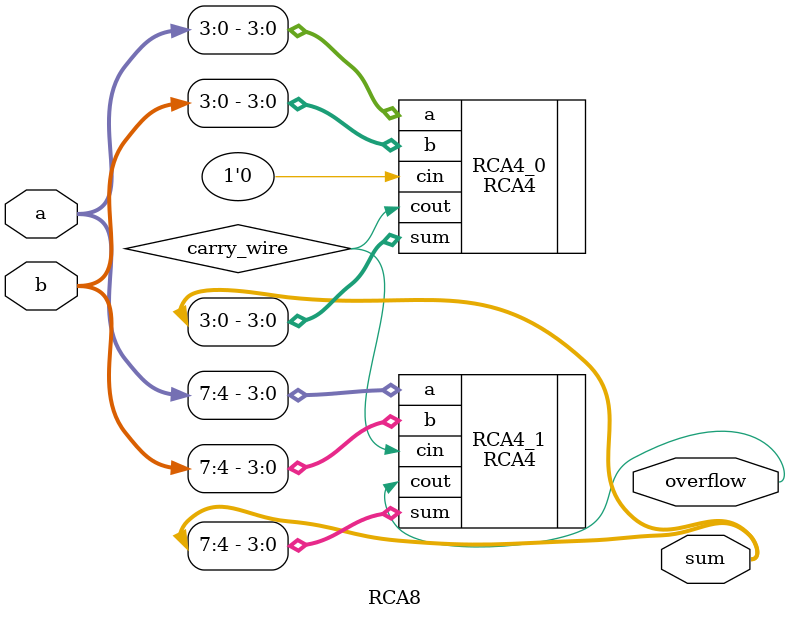
<source format=v>
`include "RCA4.v"
module RCA8(
    input  [7:0] a,
    input  [7:0] b,
    output [7:0] sum,
    output overflow
);

// put your design here
wire carry_wire;

RCA4 RCA4_0(.a(a[3:0]), .b(b[3:0]), .cin(1'b0), .sum(sum[3:0]), .cout(carry_wire));
RCA4 RCA4_1(.a(a[7:4]), .b(b[7:4]), .cin(carry_wire), .sum(sum[7:4]), .cout(overflow));

endmodule

</source>
